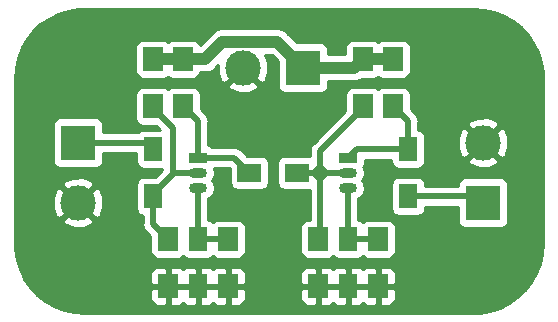
<source format=gbr>
G04 #@! TF.GenerationSoftware,KiCad,Pcbnew,(5.0.1)-4*
G04 #@! TF.CreationDate,2020-12-08T12:23:40+02:00*
G04 #@! TF.ProjectId,Single_transistor_AMP,53696E676C655F7472616E736973746F,1.0*
G04 #@! TF.SameCoordinates,Original*
G04 #@! TF.FileFunction,Copper,L1,Top,Signal*
G04 #@! TF.FilePolarity,Positive*
%FSLAX46Y46*%
G04 Gerber Fmt 4.6, Leading zero omitted, Abs format (unit mm)*
G04 Created by KiCad (PCBNEW (5.0.1)-4) date 2020.12.08. 12:23:40*
%MOMM*%
%LPD*%
G01*
G04 APERTURE LIST*
G04 #@! TA.AperFunction,SMDPad,CuDef*
%ADD10R,1.600000X2.000000*%
G04 #@! TD*
G04 #@! TA.AperFunction,SMDPad,CuDef*
%ADD11R,2.000000X1.600000*%
G04 #@! TD*
G04 #@! TA.AperFunction,ComponentPad*
%ADD12C,3.000000*%
G04 #@! TD*
G04 #@! TA.AperFunction,ComponentPad*
%ADD13R,3.000000X3.000000*%
G04 #@! TD*
G04 #@! TA.AperFunction,ComponentPad*
%ADD14R,1.500000X0.900000*%
G04 #@! TD*
G04 #@! TA.AperFunction,ComponentPad*
%ADD15O,1.500000X0.900000*%
G04 #@! TD*
G04 #@! TA.AperFunction,SMDPad,CuDef*
%ADD16R,1.700000X2.000000*%
G04 #@! TD*
G04 #@! TA.AperFunction,Conductor*
%ADD17C,0.500000*%
G04 #@! TD*
G04 #@! TA.AperFunction,Conductor*
%ADD18C,1.000000*%
G04 #@! TD*
G04 #@! TA.AperFunction,Conductor*
%ADD19C,0.254000*%
G04 #@! TD*
G04 APERTURE END LIST*
D10*
G04 #@! TO.P,C1,2*
G04 #@! TO.N,Net-(C1-Pad2)*
X99060000Y-60230000D03*
G04 #@! TO.P,C1,1*
G04 #@! TO.N,Net-(C1-Pad1)*
X99060000Y-64230000D03*
G04 #@! TD*
G04 #@! TO.P,C2,1*
G04 #@! TO.N,/GND*
X102870000Y-71850000D03*
G04 #@! TO.P,C2,2*
G04 #@! TO.N,Net-(C2-Pad2)*
X102870000Y-67850000D03*
G04 #@! TD*
D11*
G04 #@! TO.P,C3,2*
G04 #@! TO.N,Net-(C3-Pad2)*
X107220000Y-62230000D03*
G04 #@! TO.P,C3,1*
G04 #@! TO.N,Net-(C3-Pad1)*
X111220000Y-62230000D03*
G04 #@! TD*
D10*
G04 #@! TO.P,C4,2*
G04 #@! TO.N,Net-(C4-Pad2)*
X120650000Y-60230000D03*
G04 #@! TO.P,C4,1*
G04 #@! TO.N,Net-(C4-Pad1)*
X120650000Y-64230000D03*
G04 #@! TD*
G04 #@! TO.P,C5,1*
G04 #@! TO.N,/GND*
X115570000Y-71850000D03*
G04 #@! TO.P,C5,2*
G04 #@! TO.N,Net-(C5-Pad2)*
X115570000Y-67850000D03*
G04 #@! TD*
D12*
G04 #@! TO.P,J1,2*
G04 #@! TO.N,/GND*
X106680000Y-53340000D03*
D13*
G04 #@! TO.P,J1,1*
G04 #@! TO.N,/VCC*
X111760000Y-53340000D03*
G04 #@! TD*
D12*
G04 #@! TO.P,J2,2*
G04 #@! TO.N,/GND*
X92710000Y-64770000D03*
D13*
G04 #@! TO.P,J2,1*
G04 #@! TO.N,Net-(C1-Pad2)*
X92710000Y-59690000D03*
G04 #@! TD*
G04 #@! TO.P,J3,1*
G04 #@! TO.N,Net-(C4-Pad1)*
X127000000Y-64770000D03*
D12*
G04 #@! TO.P,J3,2*
G04 #@! TO.N,/GND*
X127000000Y-59690000D03*
G04 #@! TD*
D14*
G04 #@! TO.P,Q1,1*
G04 #@! TO.N,Net-(C3-Pad2)*
X102870000Y-60960000D03*
D15*
G04 #@! TO.P,Q1,3*
G04 #@! TO.N,Net-(C2-Pad2)*
X102870000Y-63500000D03*
G04 #@! TO.P,Q1,2*
G04 #@! TO.N,Net-(C1-Pad1)*
X102870000Y-62230000D03*
G04 #@! TD*
G04 #@! TO.P,Q2,2*
G04 #@! TO.N,Net-(C3-Pad1)*
X115570000Y-62230000D03*
G04 #@! TO.P,Q2,3*
G04 #@! TO.N,Net-(C5-Pad2)*
X115570000Y-63500000D03*
D14*
G04 #@! TO.P,Q2,1*
G04 #@! TO.N,Net-(C4-Pad2)*
X115570000Y-60960000D03*
G04 #@! TD*
D16*
G04 #@! TO.P,R1,1*
G04 #@! TO.N,/VCC*
X99060000Y-52610000D03*
G04 #@! TO.P,R1,2*
G04 #@! TO.N,Net-(C1-Pad1)*
X99060000Y-56610000D03*
G04 #@! TD*
G04 #@! TO.P,R2,2*
G04 #@! TO.N,/GND*
X100330000Y-71850000D03*
G04 #@! TO.P,R2,1*
G04 #@! TO.N,Net-(C1-Pad1)*
X100330000Y-67850000D03*
G04 #@! TD*
G04 #@! TO.P,R3,2*
G04 #@! TO.N,Net-(C3-Pad2)*
X101600000Y-56610000D03*
G04 #@! TO.P,R3,1*
G04 #@! TO.N,/VCC*
X101600000Y-52610000D03*
G04 #@! TD*
G04 #@! TO.P,R4,1*
G04 #@! TO.N,Net-(C2-Pad2)*
X105410000Y-67850000D03*
G04 #@! TO.P,R4,2*
G04 #@! TO.N,/GND*
X105410000Y-71850000D03*
G04 #@! TD*
G04 #@! TO.P,R5,1*
G04 #@! TO.N,/VCC*
X116840000Y-52610000D03*
G04 #@! TO.P,R5,2*
G04 #@! TO.N,Net-(C3-Pad1)*
X116840000Y-56610000D03*
G04 #@! TD*
G04 #@! TO.P,R6,2*
G04 #@! TO.N,/GND*
X113030000Y-71850000D03*
G04 #@! TO.P,R6,1*
G04 #@! TO.N,Net-(C3-Pad1)*
X113030000Y-67850000D03*
G04 #@! TD*
G04 #@! TO.P,R7,2*
G04 #@! TO.N,Net-(C4-Pad2)*
X119380000Y-56610000D03*
G04 #@! TO.P,R7,1*
G04 #@! TO.N,/VCC*
X119380000Y-52610000D03*
G04 #@! TD*
G04 #@! TO.P,R8,1*
G04 #@! TO.N,Net-(C5-Pad2)*
X118110000Y-67850000D03*
G04 #@! TO.P,R8,2*
G04 #@! TO.N,/GND*
X118110000Y-71850000D03*
G04 #@! TD*
D17*
G04 #@! TO.N,Net-(C1-Pad2)*
X98520000Y-59690000D02*
X99060000Y-60230000D01*
X92710000Y-59690000D02*
X98520000Y-59690000D01*
G04 #@! TO.N,Net-(C1-Pad1)*
X99060000Y-56760000D02*
X100720000Y-58420000D01*
X99060000Y-56610000D02*
X99060000Y-56760000D01*
X102870000Y-62230000D02*
X100720000Y-62230000D01*
X100720000Y-58420000D02*
X100720000Y-62230000D01*
X99060000Y-64030000D02*
X99060000Y-64230000D01*
X100720000Y-62230000D02*
X100720000Y-62370000D01*
X100720000Y-62370000D02*
X99060000Y-64030000D01*
X99060000Y-66580000D02*
X100330000Y-67850000D01*
X99060000Y-64230000D02*
X99060000Y-66580000D01*
G04 #@! TO.N,Net-(C2-Pad2)*
X102870000Y-67850000D02*
X102870000Y-63500000D01*
X102870000Y-67850000D02*
X105410000Y-67850000D01*
G04 #@! TO.N,Net-(C3-Pad2)*
X102870000Y-57880000D02*
X102870000Y-60960000D01*
X101600000Y-56610000D02*
X102870000Y-57880000D01*
X105950000Y-60960000D02*
X107220000Y-62230000D01*
X102870000Y-60960000D02*
X105950000Y-60960000D01*
G04 #@! TO.N,Net-(C3-Pad1)*
X116840000Y-56760000D02*
X113220000Y-60380000D01*
X116840000Y-56610000D02*
X116840000Y-56760000D01*
X113220000Y-61730000D02*
X113720000Y-62230000D01*
X113720000Y-62230000D02*
X113220000Y-62230000D01*
X115570000Y-62230000D02*
X113720000Y-62230000D01*
X113220000Y-61730000D02*
X113220000Y-62230000D01*
X113220000Y-60380000D02*
X113220000Y-61730000D01*
X113220000Y-61730000D02*
X112720000Y-62230000D01*
X113220000Y-62230000D02*
X112720000Y-62230000D01*
X112720000Y-62230000D02*
X111220000Y-62230000D01*
X112720000Y-62230000D02*
X113220000Y-62730000D01*
X113220000Y-62730000D02*
X113220000Y-62230000D01*
X113720000Y-62230000D02*
X113220000Y-62730000D01*
X113220000Y-67660000D02*
X113030000Y-67850000D01*
X113220000Y-62730000D02*
X113220000Y-67660000D01*
G04 #@! TO.N,Net-(C4-Pad2)*
X116300000Y-60230000D02*
X115570000Y-60960000D01*
X120650000Y-60230000D02*
X116300000Y-60230000D01*
X120650000Y-57880000D02*
X120650000Y-60230000D01*
X119380000Y-56610000D02*
X120650000Y-57880000D01*
G04 #@! TO.N,Net-(C4-Pad1)*
X126460000Y-64230000D02*
X127000000Y-64770000D01*
X120650000Y-64230000D02*
X126460000Y-64230000D01*
G04 #@! TO.N,Net-(C5-Pad2)*
X115570000Y-67850000D02*
X118110000Y-67850000D01*
X115570000Y-63500000D02*
X115570000Y-67850000D01*
D18*
G04 #@! TO.N,/VCC*
X99060000Y-52610000D02*
X101600000Y-52610000D01*
X109559999Y-51139999D02*
X111760000Y-53340000D01*
X104920001Y-51139999D02*
X109559999Y-51139999D01*
X103450000Y-52610000D02*
X104920001Y-51139999D01*
X101600000Y-52610000D02*
X103450000Y-52610000D01*
X116110000Y-53340000D02*
X116840000Y-52610000D01*
X111760000Y-53340000D02*
X116110000Y-53340000D01*
X116840000Y-52610000D02*
X119380000Y-52610000D01*
G04 #@! TD*
D19*
G04 #@! TO.N,/GND*
G36*
X127086442Y-48432517D02*
X127933848Y-48624267D01*
X128743603Y-48939163D01*
X129497915Y-49370288D01*
X130180223Y-49908177D01*
X130775531Y-50541008D01*
X131270757Y-51254875D01*
X131655032Y-52034107D01*
X131919905Y-52861571D01*
X132062363Y-53736289D01*
X132085000Y-54254772D01*
X132085001Y-68187872D01*
X132017482Y-69096443D01*
X131825735Y-69943842D01*
X131510839Y-70753598D01*
X131079711Y-71507916D01*
X130541823Y-72190223D01*
X129908998Y-72785527D01*
X129195125Y-73280758D01*
X128415891Y-73665033D01*
X127588429Y-73929905D01*
X126713712Y-74072363D01*
X126195228Y-74095000D01*
X93262115Y-74095000D01*
X92353557Y-74027482D01*
X91506158Y-73835735D01*
X90696402Y-73520839D01*
X89942084Y-73089711D01*
X89259777Y-72551823D01*
X88868374Y-72135750D01*
X98845000Y-72135750D01*
X98845000Y-72976309D01*
X98941673Y-73209698D01*
X99120301Y-73388327D01*
X99353690Y-73485000D01*
X100044250Y-73485000D01*
X100203000Y-73326250D01*
X100203000Y-71977000D01*
X100457000Y-71977000D01*
X100457000Y-73326250D01*
X100615750Y-73485000D01*
X101306310Y-73485000D01*
X101539699Y-73388327D01*
X101625000Y-73303026D01*
X101710301Y-73388327D01*
X101943690Y-73485000D01*
X102584250Y-73485000D01*
X102743000Y-73326250D01*
X102743000Y-71977000D01*
X102997000Y-71977000D01*
X102997000Y-73326250D01*
X103155750Y-73485000D01*
X103796310Y-73485000D01*
X104029699Y-73388327D01*
X104115000Y-73303026D01*
X104200301Y-73388327D01*
X104433690Y-73485000D01*
X105124250Y-73485000D01*
X105283000Y-73326250D01*
X105283000Y-71977000D01*
X105537000Y-71977000D01*
X105537000Y-73326250D01*
X105695750Y-73485000D01*
X106386310Y-73485000D01*
X106619699Y-73388327D01*
X106798327Y-73209698D01*
X106895000Y-72976309D01*
X106895000Y-72135750D01*
X111545000Y-72135750D01*
X111545000Y-72976309D01*
X111641673Y-73209698D01*
X111820301Y-73388327D01*
X112053690Y-73485000D01*
X112744250Y-73485000D01*
X112903000Y-73326250D01*
X112903000Y-71977000D01*
X113157000Y-71977000D01*
X113157000Y-73326250D01*
X113315750Y-73485000D01*
X114006310Y-73485000D01*
X114239699Y-73388327D01*
X114325000Y-73303026D01*
X114410301Y-73388327D01*
X114643690Y-73485000D01*
X115284250Y-73485000D01*
X115443000Y-73326250D01*
X115443000Y-71977000D01*
X115697000Y-71977000D01*
X115697000Y-73326250D01*
X115855750Y-73485000D01*
X116496310Y-73485000D01*
X116729699Y-73388327D01*
X116815000Y-73303026D01*
X116900301Y-73388327D01*
X117133690Y-73485000D01*
X117824250Y-73485000D01*
X117983000Y-73326250D01*
X117983000Y-71977000D01*
X118237000Y-71977000D01*
X118237000Y-73326250D01*
X118395750Y-73485000D01*
X119086310Y-73485000D01*
X119319699Y-73388327D01*
X119498327Y-73209698D01*
X119595000Y-72976309D01*
X119595000Y-72135750D01*
X119436250Y-71977000D01*
X118237000Y-71977000D01*
X117983000Y-71977000D01*
X115697000Y-71977000D01*
X115443000Y-71977000D01*
X113157000Y-71977000D01*
X112903000Y-71977000D01*
X111703750Y-71977000D01*
X111545000Y-72135750D01*
X106895000Y-72135750D01*
X106736250Y-71977000D01*
X105537000Y-71977000D01*
X105283000Y-71977000D01*
X102997000Y-71977000D01*
X102743000Y-71977000D01*
X100457000Y-71977000D01*
X100203000Y-71977000D01*
X99003750Y-71977000D01*
X98845000Y-72135750D01*
X88868374Y-72135750D01*
X88664473Y-71918998D01*
X88169242Y-71205125D01*
X87931826Y-70723691D01*
X98845000Y-70723691D01*
X98845000Y-71564250D01*
X99003750Y-71723000D01*
X100203000Y-71723000D01*
X100203000Y-70373750D01*
X100457000Y-70373750D01*
X100457000Y-71723000D01*
X102743000Y-71723000D01*
X102743000Y-70373750D01*
X102997000Y-70373750D01*
X102997000Y-71723000D01*
X105283000Y-71723000D01*
X105283000Y-70373750D01*
X105537000Y-70373750D01*
X105537000Y-71723000D01*
X106736250Y-71723000D01*
X106895000Y-71564250D01*
X106895000Y-70723691D01*
X111545000Y-70723691D01*
X111545000Y-71564250D01*
X111703750Y-71723000D01*
X112903000Y-71723000D01*
X112903000Y-70373750D01*
X113157000Y-70373750D01*
X113157000Y-71723000D01*
X115443000Y-71723000D01*
X115443000Y-70373750D01*
X115697000Y-70373750D01*
X115697000Y-71723000D01*
X117983000Y-71723000D01*
X117983000Y-70373750D01*
X118237000Y-70373750D01*
X118237000Y-71723000D01*
X119436250Y-71723000D01*
X119595000Y-71564250D01*
X119595000Y-70723691D01*
X119498327Y-70490302D01*
X119319699Y-70311673D01*
X119086310Y-70215000D01*
X118395750Y-70215000D01*
X118237000Y-70373750D01*
X117983000Y-70373750D01*
X117824250Y-70215000D01*
X117133690Y-70215000D01*
X116900301Y-70311673D01*
X116815000Y-70396974D01*
X116729699Y-70311673D01*
X116496310Y-70215000D01*
X115855750Y-70215000D01*
X115697000Y-70373750D01*
X115443000Y-70373750D01*
X115284250Y-70215000D01*
X114643690Y-70215000D01*
X114410301Y-70311673D01*
X114325000Y-70396974D01*
X114239699Y-70311673D01*
X114006310Y-70215000D01*
X113315750Y-70215000D01*
X113157000Y-70373750D01*
X112903000Y-70373750D01*
X112744250Y-70215000D01*
X112053690Y-70215000D01*
X111820301Y-70311673D01*
X111641673Y-70490302D01*
X111545000Y-70723691D01*
X106895000Y-70723691D01*
X106798327Y-70490302D01*
X106619699Y-70311673D01*
X106386310Y-70215000D01*
X105695750Y-70215000D01*
X105537000Y-70373750D01*
X105283000Y-70373750D01*
X105124250Y-70215000D01*
X104433690Y-70215000D01*
X104200301Y-70311673D01*
X104115000Y-70396974D01*
X104029699Y-70311673D01*
X103796310Y-70215000D01*
X103155750Y-70215000D01*
X102997000Y-70373750D01*
X102743000Y-70373750D01*
X102584250Y-70215000D01*
X101943690Y-70215000D01*
X101710301Y-70311673D01*
X101625000Y-70396974D01*
X101539699Y-70311673D01*
X101306310Y-70215000D01*
X100615750Y-70215000D01*
X100457000Y-70373750D01*
X100203000Y-70373750D01*
X100044250Y-70215000D01*
X99353690Y-70215000D01*
X99120301Y-70311673D01*
X98941673Y-70490302D01*
X98845000Y-70723691D01*
X87931826Y-70723691D01*
X87784967Y-70425891D01*
X87520095Y-69598429D01*
X87377637Y-68723712D01*
X87355000Y-68205228D01*
X87355000Y-66283970D01*
X91375635Y-66283970D01*
X91535418Y-66602739D01*
X92326187Y-66912723D01*
X93175387Y-66896497D01*
X93884582Y-66602739D01*
X94044365Y-66283970D01*
X92710000Y-64949605D01*
X91375635Y-66283970D01*
X87355000Y-66283970D01*
X87355000Y-64386187D01*
X90567277Y-64386187D01*
X90583503Y-65235387D01*
X90877261Y-65944582D01*
X91196030Y-66104365D01*
X92530395Y-64770000D01*
X92889605Y-64770000D01*
X94223970Y-66104365D01*
X94542739Y-65944582D01*
X94852723Y-65153813D01*
X94836497Y-64304613D01*
X94542739Y-63595418D01*
X94223970Y-63435635D01*
X92889605Y-64770000D01*
X92530395Y-64770000D01*
X91196030Y-63435635D01*
X90877261Y-63595418D01*
X90567277Y-64386187D01*
X87355000Y-64386187D01*
X87355000Y-63256030D01*
X91375635Y-63256030D01*
X92710000Y-64590395D01*
X94044365Y-63256030D01*
X93884582Y-62937261D01*
X93093813Y-62627277D01*
X92244613Y-62643503D01*
X91535418Y-62937261D01*
X91375635Y-63256030D01*
X87355000Y-63256030D01*
X87355000Y-58190000D01*
X90562560Y-58190000D01*
X90562560Y-61190000D01*
X90611843Y-61437765D01*
X90752191Y-61647809D01*
X90962235Y-61788157D01*
X91210000Y-61837440D01*
X94210000Y-61837440D01*
X94457765Y-61788157D01*
X94667809Y-61647809D01*
X94808157Y-61437765D01*
X94857440Y-61190000D01*
X94857440Y-60575000D01*
X97612560Y-60575000D01*
X97612560Y-61230000D01*
X97661843Y-61477765D01*
X97802191Y-61687809D01*
X98012235Y-61828157D01*
X98260000Y-61877440D01*
X99835001Y-61877440D01*
X99835001Y-62003420D01*
X99255862Y-62582560D01*
X98260000Y-62582560D01*
X98012235Y-62631843D01*
X97802191Y-62772191D01*
X97661843Y-62982235D01*
X97612560Y-63230000D01*
X97612560Y-65230000D01*
X97661843Y-65477765D01*
X97802191Y-65687809D01*
X98012235Y-65828157D01*
X98175001Y-65860533D01*
X98175001Y-66492835D01*
X98157663Y-66580000D01*
X98226348Y-66925309D01*
X98372576Y-67144154D01*
X98372578Y-67144156D01*
X98421952Y-67218049D01*
X98495845Y-67267423D01*
X98832560Y-67604138D01*
X98832560Y-68850000D01*
X98881843Y-69097765D01*
X99022191Y-69307809D01*
X99232235Y-69448157D01*
X99480000Y-69497440D01*
X101180000Y-69497440D01*
X101427765Y-69448157D01*
X101625000Y-69316368D01*
X101822235Y-69448157D01*
X102070000Y-69497440D01*
X103670000Y-69497440D01*
X103917765Y-69448157D01*
X104115000Y-69316368D01*
X104312235Y-69448157D01*
X104560000Y-69497440D01*
X106260000Y-69497440D01*
X106507765Y-69448157D01*
X106717809Y-69307809D01*
X106858157Y-69097765D01*
X106907440Y-68850000D01*
X106907440Y-66850000D01*
X106858157Y-66602235D01*
X106717809Y-66392191D01*
X106507765Y-66251843D01*
X106260000Y-66202560D01*
X104560000Y-66202560D01*
X104312235Y-66251843D01*
X104115000Y-66383632D01*
X103917765Y-66251843D01*
X103755000Y-66219467D01*
X103755000Y-64414033D01*
X103952241Y-64282241D01*
X104192047Y-63923346D01*
X104276256Y-63500000D01*
X104192047Y-63076654D01*
X104050624Y-62865000D01*
X104192047Y-62653346D01*
X104276256Y-62230000D01*
X104199675Y-61845000D01*
X105572560Y-61845000D01*
X105572560Y-63030000D01*
X105621843Y-63277765D01*
X105762191Y-63487809D01*
X105972235Y-63628157D01*
X106220000Y-63677440D01*
X108220000Y-63677440D01*
X108467765Y-63628157D01*
X108677809Y-63487809D01*
X108818157Y-63277765D01*
X108867440Y-63030000D01*
X108867440Y-61430000D01*
X109572560Y-61430000D01*
X109572560Y-63030000D01*
X109621843Y-63277765D01*
X109762191Y-63487809D01*
X109972235Y-63628157D01*
X110220000Y-63677440D01*
X112220000Y-63677440D01*
X112335000Y-63654565D01*
X112335001Y-66202560D01*
X112180000Y-66202560D01*
X111932235Y-66251843D01*
X111722191Y-66392191D01*
X111581843Y-66602235D01*
X111532560Y-66850000D01*
X111532560Y-68850000D01*
X111581843Y-69097765D01*
X111722191Y-69307809D01*
X111932235Y-69448157D01*
X112180000Y-69497440D01*
X113880000Y-69497440D01*
X114127765Y-69448157D01*
X114325000Y-69316368D01*
X114522235Y-69448157D01*
X114770000Y-69497440D01*
X116370000Y-69497440D01*
X116617765Y-69448157D01*
X116815000Y-69316368D01*
X117012235Y-69448157D01*
X117260000Y-69497440D01*
X118960000Y-69497440D01*
X119207765Y-69448157D01*
X119417809Y-69307809D01*
X119558157Y-69097765D01*
X119607440Y-68850000D01*
X119607440Y-66850000D01*
X119558157Y-66602235D01*
X119417809Y-66392191D01*
X119207765Y-66251843D01*
X118960000Y-66202560D01*
X117260000Y-66202560D01*
X117012235Y-66251843D01*
X116815000Y-66383632D01*
X116617765Y-66251843D01*
X116455000Y-66219467D01*
X116455000Y-64414033D01*
X116652241Y-64282241D01*
X116892047Y-63923346D01*
X116976256Y-63500000D01*
X116922550Y-63230000D01*
X119202560Y-63230000D01*
X119202560Y-65230000D01*
X119251843Y-65477765D01*
X119392191Y-65687809D01*
X119602235Y-65828157D01*
X119850000Y-65877440D01*
X121450000Y-65877440D01*
X121697765Y-65828157D01*
X121907809Y-65687809D01*
X122048157Y-65477765D01*
X122097440Y-65230000D01*
X122097440Y-65115000D01*
X124852560Y-65115000D01*
X124852560Y-66270000D01*
X124901843Y-66517765D01*
X125042191Y-66727809D01*
X125252235Y-66868157D01*
X125500000Y-66917440D01*
X128500000Y-66917440D01*
X128747765Y-66868157D01*
X128957809Y-66727809D01*
X129098157Y-66517765D01*
X129147440Y-66270000D01*
X129147440Y-63270000D01*
X129098157Y-63022235D01*
X128957809Y-62812191D01*
X128747765Y-62671843D01*
X128500000Y-62622560D01*
X125500000Y-62622560D01*
X125252235Y-62671843D01*
X125042191Y-62812191D01*
X124901843Y-63022235D01*
X124852560Y-63270000D01*
X124852560Y-63345000D01*
X122097440Y-63345000D01*
X122097440Y-63230000D01*
X122048157Y-62982235D01*
X121907809Y-62772191D01*
X121697765Y-62631843D01*
X121450000Y-62582560D01*
X119850000Y-62582560D01*
X119602235Y-62631843D01*
X119392191Y-62772191D01*
X119251843Y-62982235D01*
X119202560Y-63230000D01*
X116922550Y-63230000D01*
X116892047Y-63076654D01*
X116750624Y-62865000D01*
X116892047Y-62653346D01*
X116976256Y-62230000D01*
X116892047Y-61806654D01*
X116855360Y-61751747D01*
X116918157Y-61657765D01*
X116967440Y-61410000D01*
X116967440Y-61115000D01*
X119202560Y-61115000D01*
X119202560Y-61230000D01*
X119251843Y-61477765D01*
X119392191Y-61687809D01*
X119602235Y-61828157D01*
X119850000Y-61877440D01*
X121450000Y-61877440D01*
X121697765Y-61828157D01*
X121907809Y-61687809D01*
X122048157Y-61477765D01*
X122097440Y-61230000D01*
X122097440Y-61203970D01*
X125665635Y-61203970D01*
X125825418Y-61522739D01*
X126616187Y-61832723D01*
X127465387Y-61816497D01*
X128174582Y-61522739D01*
X128334365Y-61203970D01*
X127000000Y-59869605D01*
X125665635Y-61203970D01*
X122097440Y-61203970D01*
X122097440Y-59306187D01*
X124857277Y-59306187D01*
X124873503Y-60155387D01*
X125167261Y-60864582D01*
X125486030Y-61024365D01*
X126820395Y-59690000D01*
X127179605Y-59690000D01*
X128513970Y-61024365D01*
X128832739Y-60864582D01*
X129142723Y-60073813D01*
X129126497Y-59224613D01*
X128832739Y-58515418D01*
X128513970Y-58355635D01*
X127179605Y-59690000D01*
X126820395Y-59690000D01*
X125486030Y-58355635D01*
X125167261Y-58515418D01*
X124857277Y-59306187D01*
X122097440Y-59306187D01*
X122097440Y-59230000D01*
X122048157Y-58982235D01*
X121907809Y-58772191D01*
X121697765Y-58631843D01*
X121535000Y-58599467D01*
X121535000Y-58176030D01*
X125665635Y-58176030D01*
X127000000Y-59510395D01*
X128334365Y-58176030D01*
X128174582Y-57857261D01*
X127383813Y-57547277D01*
X126534613Y-57563503D01*
X125825418Y-57857261D01*
X125665635Y-58176030D01*
X121535000Y-58176030D01*
X121535000Y-57967159D01*
X121552337Y-57879999D01*
X121535000Y-57792839D01*
X121535000Y-57792835D01*
X121483652Y-57534690D01*
X121392351Y-57398049D01*
X121337424Y-57315845D01*
X121337423Y-57315844D01*
X121288049Y-57241951D01*
X121214156Y-57192577D01*
X120877440Y-56855861D01*
X120877440Y-55610000D01*
X120828157Y-55362235D01*
X120687809Y-55152191D01*
X120477765Y-55011843D01*
X120230000Y-54962560D01*
X118530000Y-54962560D01*
X118282235Y-55011843D01*
X118110000Y-55126928D01*
X117937765Y-55011843D01*
X117690000Y-54962560D01*
X115990000Y-54962560D01*
X115742235Y-55011843D01*
X115532191Y-55152191D01*
X115391843Y-55362235D01*
X115342560Y-55610000D01*
X115342560Y-57005861D01*
X112655847Y-59692575D01*
X112581951Y-59741951D01*
X112386348Y-60034691D01*
X112335000Y-60292836D01*
X112335000Y-60292839D01*
X112317663Y-60380000D01*
X112335000Y-60467161D01*
X112335000Y-60805435D01*
X112220000Y-60782560D01*
X110220000Y-60782560D01*
X109972235Y-60831843D01*
X109762191Y-60972191D01*
X109621843Y-61182235D01*
X109572560Y-61430000D01*
X108867440Y-61430000D01*
X108818157Y-61182235D01*
X108677809Y-60972191D01*
X108467765Y-60831843D01*
X108220000Y-60782560D01*
X107024138Y-60782560D01*
X106637424Y-60395846D01*
X106588049Y-60321951D01*
X106295310Y-60126348D01*
X106037165Y-60075000D01*
X106037161Y-60075000D01*
X105950000Y-60057663D01*
X105862839Y-60075000D01*
X104093050Y-60075000D01*
X104077809Y-60052191D01*
X103867765Y-59911843D01*
X103755000Y-59889413D01*
X103755000Y-57967159D01*
X103772337Y-57879999D01*
X103755000Y-57792839D01*
X103755000Y-57792835D01*
X103703652Y-57534690D01*
X103612351Y-57398049D01*
X103557424Y-57315845D01*
X103557423Y-57315844D01*
X103508049Y-57241951D01*
X103434156Y-57192577D01*
X103097440Y-56855861D01*
X103097440Y-55610000D01*
X103048157Y-55362235D01*
X102907809Y-55152191D01*
X102697765Y-55011843D01*
X102450000Y-54962560D01*
X100750000Y-54962560D01*
X100502235Y-55011843D01*
X100330000Y-55126928D01*
X100157765Y-55011843D01*
X99910000Y-54962560D01*
X98210000Y-54962560D01*
X97962235Y-55011843D01*
X97752191Y-55152191D01*
X97611843Y-55362235D01*
X97562560Y-55610000D01*
X97562560Y-57610000D01*
X97611843Y-57857765D01*
X97752191Y-58067809D01*
X97962235Y-58208157D01*
X98210000Y-58257440D01*
X99305861Y-58257440D01*
X99630981Y-58582560D01*
X98260000Y-58582560D01*
X98012235Y-58631843D01*
X97802191Y-58772191D01*
X97780269Y-58805000D01*
X94857440Y-58805000D01*
X94857440Y-58190000D01*
X94808157Y-57942235D01*
X94667809Y-57732191D01*
X94457765Y-57591843D01*
X94210000Y-57542560D01*
X91210000Y-57542560D01*
X90962235Y-57591843D01*
X90752191Y-57732191D01*
X90611843Y-57942235D01*
X90562560Y-58190000D01*
X87355000Y-58190000D01*
X87355000Y-54853970D01*
X105345635Y-54853970D01*
X105505418Y-55172739D01*
X106296187Y-55482723D01*
X107145387Y-55466497D01*
X107854582Y-55172739D01*
X108014365Y-54853970D01*
X106680000Y-53519605D01*
X105345635Y-54853970D01*
X87355000Y-54853970D01*
X87355000Y-54272115D01*
X87422517Y-53363558D01*
X87614267Y-52516152D01*
X87929163Y-51706397D01*
X87984258Y-51610000D01*
X97562560Y-51610000D01*
X97562560Y-53610000D01*
X97611843Y-53857765D01*
X97752191Y-54067809D01*
X97962235Y-54208157D01*
X98210000Y-54257440D01*
X99910000Y-54257440D01*
X100157765Y-54208157D01*
X100330000Y-54093072D01*
X100502235Y-54208157D01*
X100750000Y-54257440D01*
X102450000Y-54257440D01*
X102697765Y-54208157D01*
X102907809Y-54067809D01*
X103048157Y-53857765D01*
X103070587Y-53745000D01*
X103338217Y-53745000D01*
X103450000Y-53767235D01*
X103561783Y-53745000D01*
X103892855Y-53679146D01*
X104268289Y-53428289D01*
X104331613Y-53333518D01*
X104540496Y-53124636D01*
X104553503Y-53805387D01*
X104847261Y-54514582D01*
X105166030Y-54674365D01*
X106500395Y-53340000D01*
X106486253Y-53325858D01*
X106665858Y-53146253D01*
X106680000Y-53160395D01*
X106694143Y-53146253D01*
X106873748Y-53325858D01*
X106859605Y-53340000D01*
X108193970Y-54674365D01*
X108512739Y-54514582D01*
X108822723Y-53723813D01*
X108806497Y-52874613D01*
X108558129Y-52274999D01*
X109089868Y-52274999D01*
X109612560Y-52797691D01*
X109612560Y-54840000D01*
X109661843Y-55087765D01*
X109802191Y-55297809D01*
X110012235Y-55438157D01*
X110260000Y-55487440D01*
X113260000Y-55487440D01*
X113507765Y-55438157D01*
X113717809Y-55297809D01*
X113858157Y-55087765D01*
X113907440Y-54840000D01*
X113907440Y-54475000D01*
X115998217Y-54475000D01*
X116110000Y-54497235D01*
X116221783Y-54475000D01*
X116552855Y-54409146D01*
X116779899Y-54257440D01*
X117690000Y-54257440D01*
X117937765Y-54208157D01*
X118110000Y-54093072D01*
X118282235Y-54208157D01*
X118530000Y-54257440D01*
X120230000Y-54257440D01*
X120477765Y-54208157D01*
X120687809Y-54067809D01*
X120828157Y-53857765D01*
X120877440Y-53610000D01*
X120877440Y-51610000D01*
X120828157Y-51362235D01*
X120687809Y-51152191D01*
X120477765Y-51011843D01*
X120230000Y-50962560D01*
X118530000Y-50962560D01*
X118282235Y-51011843D01*
X118110000Y-51126928D01*
X117937765Y-51011843D01*
X117690000Y-50962560D01*
X115990000Y-50962560D01*
X115742235Y-51011843D01*
X115532191Y-51152191D01*
X115391843Y-51362235D01*
X115342560Y-51610000D01*
X115342560Y-52205000D01*
X113907440Y-52205000D01*
X113907440Y-51840000D01*
X113858157Y-51592235D01*
X113717809Y-51382191D01*
X113507765Y-51241843D01*
X113260000Y-51192560D01*
X111217691Y-51192560D01*
X110441612Y-50416481D01*
X110378288Y-50321710D01*
X110002854Y-50070853D01*
X109671782Y-50004999D01*
X109559999Y-49982764D01*
X109448216Y-50004999D01*
X105031782Y-50004999D01*
X104920000Y-49982764D01*
X104808218Y-50004999D01*
X104477146Y-50070853D01*
X104101712Y-50321710D01*
X104038390Y-50416478D01*
X103055536Y-51399333D01*
X103048157Y-51362235D01*
X102907809Y-51152191D01*
X102697765Y-51011843D01*
X102450000Y-50962560D01*
X100750000Y-50962560D01*
X100502235Y-51011843D01*
X100330000Y-51126928D01*
X100157765Y-51011843D01*
X99910000Y-50962560D01*
X98210000Y-50962560D01*
X97962235Y-51011843D01*
X97752191Y-51152191D01*
X97611843Y-51362235D01*
X97562560Y-51610000D01*
X87984258Y-51610000D01*
X88360288Y-50952085D01*
X88898177Y-50269777D01*
X89531008Y-49674469D01*
X90244875Y-49179243D01*
X91024107Y-48794968D01*
X91851571Y-48530095D01*
X92726289Y-48387637D01*
X93244772Y-48365000D01*
X126177885Y-48365000D01*
X127086442Y-48432517D01*
X127086442Y-48432517D01*
G37*
X127086442Y-48432517D02*
X127933848Y-48624267D01*
X128743603Y-48939163D01*
X129497915Y-49370288D01*
X130180223Y-49908177D01*
X130775531Y-50541008D01*
X131270757Y-51254875D01*
X131655032Y-52034107D01*
X131919905Y-52861571D01*
X132062363Y-53736289D01*
X132085000Y-54254772D01*
X132085001Y-68187872D01*
X132017482Y-69096443D01*
X131825735Y-69943842D01*
X131510839Y-70753598D01*
X131079711Y-71507916D01*
X130541823Y-72190223D01*
X129908998Y-72785527D01*
X129195125Y-73280758D01*
X128415891Y-73665033D01*
X127588429Y-73929905D01*
X126713712Y-74072363D01*
X126195228Y-74095000D01*
X93262115Y-74095000D01*
X92353557Y-74027482D01*
X91506158Y-73835735D01*
X90696402Y-73520839D01*
X89942084Y-73089711D01*
X89259777Y-72551823D01*
X88868374Y-72135750D01*
X98845000Y-72135750D01*
X98845000Y-72976309D01*
X98941673Y-73209698D01*
X99120301Y-73388327D01*
X99353690Y-73485000D01*
X100044250Y-73485000D01*
X100203000Y-73326250D01*
X100203000Y-71977000D01*
X100457000Y-71977000D01*
X100457000Y-73326250D01*
X100615750Y-73485000D01*
X101306310Y-73485000D01*
X101539699Y-73388327D01*
X101625000Y-73303026D01*
X101710301Y-73388327D01*
X101943690Y-73485000D01*
X102584250Y-73485000D01*
X102743000Y-73326250D01*
X102743000Y-71977000D01*
X102997000Y-71977000D01*
X102997000Y-73326250D01*
X103155750Y-73485000D01*
X103796310Y-73485000D01*
X104029699Y-73388327D01*
X104115000Y-73303026D01*
X104200301Y-73388327D01*
X104433690Y-73485000D01*
X105124250Y-73485000D01*
X105283000Y-73326250D01*
X105283000Y-71977000D01*
X105537000Y-71977000D01*
X105537000Y-73326250D01*
X105695750Y-73485000D01*
X106386310Y-73485000D01*
X106619699Y-73388327D01*
X106798327Y-73209698D01*
X106895000Y-72976309D01*
X106895000Y-72135750D01*
X111545000Y-72135750D01*
X111545000Y-72976309D01*
X111641673Y-73209698D01*
X111820301Y-73388327D01*
X112053690Y-73485000D01*
X112744250Y-73485000D01*
X112903000Y-73326250D01*
X112903000Y-71977000D01*
X113157000Y-71977000D01*
X113157000Y-73326250D01*
X113315750Y-73485000D01*
X114006310Y-73485000D01*
X114239699Y-73388327D01*
X114325000Y-73303026D01*
X114410301Y-73388327D01*
X114643690Y-73485000D01*
X115284250Y-73485000D01*
X115443000Y-73326250D01*
X115443000Y-71977000D01*
X115697000Y-71977000D01*
X115697000Y-73326250D01*
X115855750Y-73485000D01*
X116496310Y-73485000D01*
X116729699Y-73388327D01*
X116815000Y-73303026D01*
X116900301Y-73388327D01*
X117133690Y-73485000D01*
X117824250Y-73485000D01*
X117983000Y-73326250D01*
X117983000Y-71977000D01*
X118237000Y-71977000D01*
X118237000Y-73326250D01*
X118395750Y-73485000D01*
X119086310Y-73485000D01*
X119319699Y-73388327D01*
X119498327Y-73209698D01*
X119595000Y-72976309D01*
X119595000Y-72135750D01*
X119436250Y-71977000D01*
X118237000Y-71977000D01*
X117983000Y-71977000D01*
X115697000Y-71977000D01*
X115443000Y-71977000D01*
X113157000Y-71977000D01*
X112903000Y-71977000D01*
X111703750Y-71977000D01*
X111545000Y-72135750D01*
X106895000Y-72135750D01*
X106736250Y-71977000D01*
X105537000Y-71977000D01*
X105283000Y-71977000D01*
X102997000Y-71977000D01*
X102743000Y-71977000D01*
X100457000Y-71977000D01*
X100203000Y-71977000D01*
X99003750Y-71977000D01*
X98845000Y-72135750D01*
X88868374Y-72135750D01*
X88664473Y-71918998D01*
X88169242Y-71205125D01*
X87931826Y-70723691D01*
X98845000Y-70723691D01*
X98845000Y-71564250D01*
X99003750Y-71723000D01*
X100203000Y-71723000D01*
X100203000Y-70373750D01*
X100457000Y-70373750D01*
X100457000Y-71723000D01*
X102743000Y-71723000D01*
X102743000Y-70373750D01*
X102997000Y-70373750D01*
X102997000Y-71723000D01*
X105283000Y-71723000D01*
X105283000Y-70373750D01*
X105537000Y-70373750D01*
X105537000Y-71723000D01*
X106736250Y-71723000D01*
X106895000Y-71564250D01*
X106895000Y-70723691D01*
X111545000Y-70723691D01*
X111545000Y-71564250D01*
X111703750Y-71723000D01*
X112903000Y-71723000D01*
X112903000Y-70373750D01*
X113157000Y-70373750D01*
X113157000Y-71723000D01*
X115443000Y-71723000D01*
X115443000Y-70373750D01*
X115697000Y-70373750D01*
X115697000Y-71723000D01*
X117983000Y-71723000D01*
X117983000Y-70373750D01*
X118237000Y-70373750D01*
X118237000Y-71723000D01*
X119436250Y-71723000D01*
X119595000Y-71564250D01*
X119595000Y-70723691D01*
X119498327Y-70490302D01*
X119319699Y-70311673D01*
X119086310Y-70215000D01*
X118395750Y-70215000D01*
X118237000Y-70373750D01*
X117983000Y-70373750D01*
X117824250Y-70215000D01*
X117133690Y-70215000D01*
X116900301Y-70311673D01*
X116815000Y-70396974D01*
X116729699Y-70311673D01*
X116496310Y-70215000D01*
X115855750Y-70215000D01*
X115697000Y-70373750D01*
X115443000Y-70373750D01*
X115284250Y-70215000D01*
X114643690Y-70215000D01*
X114410301Y-70311673D01*
X114325000Y-70396974D01*
X114239699Y-70311673D01*
X114006310Y-70215000D01*
X113315750Y-70215000D01*
X113157000Y-70373750D01*
X112903000Y-70373750D01*
X112744250Y-70215000D01*
X112053690Y-70215000D01*
X111820301Y-70311673D01*
X111641673Y-70490302D01*
X111545000Y-70723691D01*
X106895000Y-70723691D01*
X106798327Y-70490302D01*
X106619699Y-70311673D01*
X106386310Y-70215000D01*
X105695750Y-70215000D01*
X105537000Y-70373750D01*
X105283000Y-70373750D01*
X105124250Y-70215000D01*
X104433690Y-70215000D01*
X104200301Y-70311673D01*
X104115000Y-70396974D01*
X104029699Y-70311673D01*
X103796310Y-70215000D01*
X103155750Y-70215000D01*
X102997000Y-70373750D01*
X102743000Y-70373750D01*
X102584250Y-70215000D01*
X101943690Y-70215000D01*
X101710301Y-70311673D01*
X101625000Y-70396974D01*
X101539699Y-70311673D01*
X101306310Y-70215000D01*
X100615750Y-70215000D01*
X100457000Y-70373750D01*
X100203000Y-70373750D01*
X100044250Y-70215000D01*
X99353690Y-70215000D01*
X99120301Y-70311673D01*
X98941673Y-70490302D01*
X98845000Y-70723691D01*
X87931826Y-70723691D01*
X87784967Y-70425891D01*
X87520095Y-69598429D01*
X87377637Y-68723712D01*
X87355000Y-68205228D01*
X87355000Y-66283970D01*
X91375635Y-66283970D01*
X91535418Y-66602739D01*
X92326187Y-66912723D01*
X93175387Y-66896497D01*
X93884582Y-66602739D01*
X94044365Y-66283970D01*
X92710000Y-64949605D01*
X91375635Y-66283970D01*
X87355000Y-66283970D01*
X87355000Y-64386187D01*
X90567277Y-64386187D01*
X90583503Y-65235387D01*
X90877261Y-65944582D01*
X91196030Y-66104365D01*
X92530395Y-64770000D01*
X92889605Y-64770000D01*
X94223970Y-66104365D01*
X94542739Y-65944582D01*
X94852723Y-65153813D01*
X94836497Y-64304613D01*
X94542739Y-63595418D01*
X94223970Y-63435635D01*
X92889605Y-64770000D01*
X92530395Y-64770000D01*
X91196030Y-63435635D01*
X90877261Y-63595418D01*
X90567277Y-64386187D01*
X87355000Y-64386187D01*
X87355000Y-63256030D01*
X91375635Y-63256030D01*
X92710000Y-64590395D01*
X94044365Y-63256030D01*
X93884582Y-62937261D01*
X93093813Y-62627277D01*
X92244613Y-62643503D01*
X91535418Y-62937261D01*
X91375635Y-63256030D01*
X87355000Y-63256030D01*
X87355000Y-58190000D01*
X90562560Y-58190000D01*
X90562560Y-61190000D01*
X90611843Y-61437765D01*
X90752191Y-61647809D01*
X90962235Y-61788157D01*
X91210000Y-61837440D01*
X94210000Y-61837440D01*
X94457765Y-61788157D01*
X94667809Y-61647809D01*
X94808157Y-61437765D01*
X94857440Y-61190000D01*
X94857440Y-60575000D01*
X97612560Y-60575000D01*
X97612560Y-61230000D01*
X97661843Y-61477765D01*
X97802191Y-61687809D01*
X98012235Y-61828157D01*
X98260000Y-61877440D01*
X99835001Y-61877440D01*
X99835001Y-62003420D01*
X99255862Y-62582560D01*
X98260000Y-62582560D01*
X98012235Y-62631843D01*
X97802191Y-62772191D01*
X97661843Y-62982235D01*
X97612560Y-63230000D01*
X97612560Y-65230000D01*
X97661843Y-65477765D01*
X97802191Y-65687809D01*
X98012235Y-65828157D01*
X98175001Y-65860533D01*
X98175001Y-66492835D01*
X98157663Y-66580000D01*
X98226348Y-66925309D01*
X98372576Y-67144154D01*
X98372578Y-67144156D01*
X98421952Y-67218049D01*
X98495845Y-67267423D01*
X98832560Y-67604138D01*
X98832560Y-68850000D01*
X98881843Y-69097765D01*
X99022191Y-69307809D01*
X99232235Y-69448157D01*
X99480000Y-69497440D01*
X101180000Y-69497440D01*
X101427765Y-69448157D01*
X101625000Y-69316368D01*
X101822235Y-69448157D01*
X102070000Y-69497440D01*
X103670000Y-69497440D01*
X103917765Y-69448157D01*
X104115000Y-69316368D01*
X104312235Y-69448157D01*
X104560000Y-69497440D01*
X106260000Y-69497440D01*
X106507765Y-69448157D01*
X106717809Y-69307809D01*
X106858157Y-69097765D01*
X106907440Y-68850000D01*
X106907440Y-66850000D01*
X106858157Y-66602235D01*
X106717809Y-66392191D01*
X106507765Y-66251843D01*
X106260000Y-66202560D01*
X104560000Y-66202560D01*
X104312235Y-66251843D01*
X104115000Y-66383632D01*
X103917765Y-66251843D01*
X103755000Y-66219467D01*
X103755000Y-64414033D01*
X103952241Y-64282241D01*
X104192047Y-63923346D01*
X104276256Y-63500000D01*
X104192047Y-63076654D01*
X104050624Y-62865000D01*
X104192047Y-62653346D01*
X104276256Y-62230000D01*
X104199675Y-61845000D01*
X105572560Y-61845000D01*
X105572560Y-63030000D01*
X105621843Y-63277765D01*
X105762191Y-63487809D01*
X105972235Y-63628157D01*
X106220000Y-63677440D01*
X108220000Y-63677440D01*
X108467765Y-63628157D01*
X108677809Y-63487809D01*
X108818157Y-63277765D01*
X108867440Y-63030000D01*
X108867440Y-61430000D01*
X109572560Y-61430000D01*
X109572560Y-63030000D01*
X109621843Y-63277765D01*
X109762191Y-63487809D01*
X109972235Y-63628157D01*
X110220000Y-63677440D01*
X112220000Y-63677440D01*
X112335000Y-63654565D01*
X112335001Y-66202560D01*
X112180000Y-66202560D01*
X111932235Y-66251843D01*
X111722191Y-66392191D01*
X111581843Y-66602235D01*
X111532560Y-66850000D01*
X111532560Y-68850000D01*
X111581843Y-69097765D01*
X111722191Y-69307809D01*
X111932235Y-69448157D01*
X112180000Y-69497440D01*
X113880000Y-69497440D01*
X114127765Y-69448157D01*
X114325000Y-69316368D01*
X114522235Y-69448157D01*
X114770000Y-69497440D01*
X116370000Y-69497440D01*
X116617765Y-69448157D01*
X116815000Y-69316368D01*
X117012235Y-69448157D01*
X117260000Y-69497440D01*
X118960000Y-69497440D01*
X119207765Y-69448157D01*
X119417809Y-69307809D01*
X119558157Y-69097765D01*
X119607440Y-68850000D01*
X119607440Y-66850000D01*
X119558157Y-66602235D01*
X119417809Y-66392191D01*
X119207765Y-66251843D01*
X118960000Y-66202560D01*
X117260000Y-66202560D01*
X117012235Y-66251843D01*
X116815000Y-66383632D01*
X116617765Y-66251843D01*
X116455000Y-66219467D01*
X116455000Y-64414033D01*
X116652241Y-64282241D01*
X116892047Y-63923346D01*
X116976256Y-63500000D01*
X116922550Y-63230000D01*
X119202560Y-63230000D01*
X119202560Y-65230000D01*
X119251843Y-65477765D01*
X119392191Y-65687809D01*
X119602235Y-65828157D01*
X119850000Y-65877440D01*
X121450000Y-65877440D01*
X121697765Y-65828157D01*
X121907809Y-65687809D01*
X122048157Y-65477765D01*
X122097440Y-65230000D01*
X122097440Y-65115000D01*
X124852560Y-65115000D01*
X124852560Y-66270000D01*
X124901843Y-66517765D01*
X125042191Y-66727809D01*
X125252235Y-66868157D01*
X125500000Y-66917440D01*
X128500000Y-66917440D01*
X128747765Y-66868157D01*
X128957809Y-66727809D01*
X129098157Y-66517765D01*
X129147440Y-66270000D01*
X129147440Y-63270000D01*
X129098157Y-63022235D01*
X128957809Y-62812191D01*
X128747765Y-62671843D01*
X128500000Y-62622560D01*
X125500000Y-62622560D01*
X125252235Y-62671843D01*
X125042191Y-62812191D01*
X124901843Y-63022235D01*
X124852560Y-63270000D01*
X124852560Y-63345000D01*
X122097440Y-63345000D01*
X122097440Y-63230000D01*
X122048157Y-62982235D01*
X121907809Y-62772191D01*
X121697765Y-62631843D01*
X121450000Y-62582560D01*
X119850000Y-62582560D01*
X119602235Y-62631843D01*
X119392191Y-62772191D01*
X119251843Y-62982235D01*
X119202560Y-63230000D01*
X116922550Y-63230000D01*
X116892047Y-63076654D01*
X116750624Y-62865000D01*
X116892047Y-62653346D01*
X116976256Y-62230000D01*
X116892047Y-61806654D01*
X116855360Y-61751747D01*
X116918157Y-61657765D01*
X116967440Y-61410000D01*
X116967440Y-61115000D01*
X119202560Y-61115000D01*
X119202560Y-61230000D01*
X119251843Y-61477765D01*
X119392191Y-61687809D01*
X119602235Y-61828157D01*
X119850000Y-61877440D01*
X121450000Y-61877440D01*
X121697765Y-61828157D01*
X121907809Y-61687809D01*
X122048157Y-61477765D01*
X122097440Y-61230000D01*
X122097440Y-61203970D01*
X125665635Y-61203970D01*
X125825418Y-61522739D01*
X126616187Y-61832723D01*
X127465387Y-61816497D01*
X128174582Y-61522739D01*
X128334365Y-61203970D01*
X127000000Y-59869605D01*
X125665635Y-61203970D01*
X122097440Y-61203970D01*
X122097440Y-59306187D01*
X124857277Y-59306187D01*
X124873503Y-60155387D01*
X125167261Y-60864582D01*
X125486030Y-61024365D01*
X126820395Y-59690000D01*
X127179605Y-59690000D01*
X128513970Y-61024365D01*
X128832739Y-60864582D01*
X129142723Y-60073813D01*
X129126497Y-59224613D01*
X128832739Y-58515418D01*
X128513970Y-58355635D01*
X127179605Y-59690000D01*
X126820395Y-59690000D01*
X125486030Y-58355635D01*
X125167261Y-58515418D01*
X124857277Y-59306187D01*
X122097440Y-59306187D01*
X122097440Y-59230000D01*
X122048157Y-58982235D01*
X121907809Y-58772191D01*
X121697765Y-58631843D01*
X121535000Y-58599467D01*
X121535000Y-58176030D01*
X125665635Y-58176030D01*
X127000000Y-59510395D01*
X128334365Y-58176030D01*
X128174582Y-57857261D01*
X127383813Y-57547277D01*
X126534613Y-57563503D01*
X125825418Y-57857261D01*
X125665635Y-58176030D01*
X121535000Y-58176030D01*
X121535000Y-57967159D01*
X121552337Y-57879999D01*
X121535000Y-57792839D01*
X121535000Y-57792835D01*
X121483652Y-57534690D01*
X121392351Y-57398049D01*
X121337424Y-57315845D01*
X121337423Y-57315844D01*
X121288049Y-57241951D01*
X121214156Y-57192577D01*
X120877440Y-56855861D01*
X120877440Y-55610000D01*
X120828157Y-55362235D01*
X120687809Y-55152191D01*
X120477765Y-55011843D01*
X120230000Y-54962560D01*
X118530000Y-54962560D01*
X118282235Y-55011843D01*
X118110000Y-55126928D01*
X117937765Y-55011843D01*
X117690000Y-54962560D01*
X115990000Y-54962560D01*
X115742235Y-55011843D01*
X115532191Y-55152191D01*
X115391843Y-55362235D01*
X115342560Y-55610000D01*
X115342560Y-57005861D01*
X112655847Y-59692575D01*
X112581951Y-59741951D01*
X112386348Y-60034691D01*
X112335000Y-60292836D01*
X112335000Y-60292839D01*
X112317663Y-60380000D01*
X112335000Y-60467161D01*
X112335000Y-60805435D01*
X112220000Y-60782560D01*
X110220000Y-60782560D01*
X109972235Y-60831843D01*
X109762191Y-60972191D01*
X109621843Y-61182235D01*
X109572560Y-61430000D01*
X108867440Y-61430000D01*
X108818157Y-61182235D01*
X108677809Y-60972191D01*
X108467765Y-60831843D01*
X108220000Y-60782560D01*
X107024138Y-60782560D01*
X106637424Y-60395846D01*
X106588049Y-60321951D01*
X106295310Y-60126348D01*
X106037165Y-60075000D01*
X106037161Y-60075000D01*
X105950000Y-60057663D01*
X105862839Y-60075000D01*
X104093050Y-60075000D01*
X104077809Y-60052191D01*
X103867765Y-59911843D01*
X103755000Y-59889413D01*
X103755000Y-57967159D01*
X103772337Y-57879999D01*
X103755000Y-57792839D01*
X103755000Y-57792835D01*
X103703652Y-57534690D01*
X103612351Y-57398049D01*
X103557424Y-57315845D01*
X103557423Y-57315844D01*
X103508049Y-57241951D01*
X103434156Y-57192577D01*
X103097440Y-56855861D01*
X103097440Y-55610000D01*
X103048157Y-55362235D01*
X102907809Y-55152191D01*
X102697765Y-55011843D01*
X102450000Y-54962560D01*
X100750000Y-54962560D01*
X100502235Y-55011843D01*
X100330000Y-55126928D01*
X100157765Y-55011843D01*
X99910000Y-54962560D01*
X98210000Y-54962560D01*
X97962235Y-55011843D01*
X97752191Y-55152191D01*
X97611843Y-55362235D01*
X97562560Y-55610000D01*
X97562560Y-57610000D01*
X97611843Y-57857765D01*
X97752191Y-58067809D01*
X97962235Y-58208157D01*
X98210000Y-58257440D01*
X99305861Y-58257440D01*
X99630981Y-58582560D01*
X98260000Y-58582560D01*
X98012235Y-58631843D01*
X97802191Y-58772191D01*
X97780269Y-58805000D01*
X94857440Y-58805000D01*
X94857440Y-58190000D01*
X94808157Y-57942235D01*
X94667809Y-57732191D01*
X94457765Y-57591843D01*
X94210000Y-57542560D01*
X91210000Y-57542560D01*
X90962235Y-57591843D01*
X90752191Y-57732191D01*
X90611843Y-57942235D01*
X90562560Y-58190000D01*
X87355000Y-58190000D01*
X87355000Y-54853970D01*
X105345635Y-54853970D01*
X105505418Y-55172739D01*
X106296187Y-55482723D01*
X107145387Y-55466497D01*
X107854582Y-55172739D01*
X108014365Y-54853970D01*
X106680000Y-53519605D01*
X105345635Y-54853970D01*
X87355000Y-54853970D01*
X87355000Y-54272115D01*
X87422517Y-53363558D01*
X87614267Y-52516152D01*
X87929163Y-51706397D01*
X87984258Y-51610000D01*
X97562560Y-51610000D01*
X97562560Y-53610000D01*
X97611843Y-53857765D01*
X97752191Y-54067809D01*
X97962235Y-54208157D01*
X98210000Y-54257440D01*
X99910000Y-54257440D01*
X100157765Y-54208157D01*
X100330000Y-54093072D01*
X100502235Y-54208157D01*
X100750000Y-54257440D01*
X102450000Y-54257440D01*
X102697765Y-54208157D01*
X102907809Y-54067809D01*
X103048157Y-53857765D01*
X103070587Y-53745000D01*
X103338217Y-53745000D01*
X103450000Y-53767235D01*
X103561783Y-53745000D01*
X103892855Y-53679146D01*
X104268289Y-53428289D01*
X104331613Y-53333518D01*
X104540496Y-53124636D01*
X104553503Y-53805387D01*
X104847261Y-54514582D01*
X105166030Y-54674365D01*
X106500395Y-53340000D01*
X106486253Y-53325858D01*
X106665858Y-53146253D01*
X106680000Y-53160395D01*
X106694143Y-53146253D01*
X106873748Y-53325858D01*
X106859605Y-53340000D01*
X108193970Y-54674365D01*
X108512739Y-54514582D01*
X108822723Y-53723813D01*
X108806497Y-52874613D01*
X108558129Y-52274999D01*
X109089868Y-52274999D01*
X109612560Y-52797691D01*
X109612560Y-54840000D01*
X109661843Y-55087765D01*
X109802191Y-55297809D01*
X110012235Y-55438157D01*
X110260000Y-55487440D01*
X113260000Y-55487440D01*
X113507765Y-55438157D01*
X113717809Y-55297809D01*
X113858157Y-55087765D01*
X113907440Y-54840000D01*
X113907440Y-54475000D01*
X115998217Y-54475000D01*
X116110000Y-54497235D01*
X116221783Y-54475000D01*
X116552855Y-54409146D01*
X116779899Y-54257440D01*
X117690000Y-54257440D01*
X117937765Y-54208157D01*
X118110000Y-54093072D01*
X118282235Y-54208157D01*
X118530000Y-54257440D01*
X120230000Y-54257440D01*
X120477765Y-54208157D01*
X120687809Y-54067809D01*
X120828157Y-53857765D01*
X120877440Y-53610000D01*
X120877440Y-51610000D01*
X120828157Y-51362235D01*
X120687809Y-51152191D01*
X120477765Y-51011843D01*
X120230000Y-50962560D01*
X118530000Y-50962560D01*
X118282235Y-51011843D01*
X118110000Y-51126928D01*
X117937765Y-51011843D01*
X117690000Y-50962560D01*
X115990000Y-50962560D01*
X115742235Y-51011843D01*
X115532191Y-51152191D01*
X115391843Y-51362235D01*
X115342560Y-51610000D01*
X115342560Y-52205000D01*
X113907440Y-52205000D01*
X113907440Y-51840000D01*
X113858157Y-51592235D01*
X113717809Y-51382191D01*
X113507765Y-51241843D01*
X113260000Y-51192560D01*
X111217691Y-51192560D01*
X110441612Y-50416481D01*
X110378288Y-50321710D01*
X110002854Y-50070853D01*
X109671782Y-50004999D01*
X109559999Y-49982764D01*
X109448216Y-50004999D01*
X105031782Y-50004999D01*
X104920000Y-49982764D01*
X104808218Y-50004999D01*
X104477146Y-50070853D01*
X104101712Y-50321710D01*
X104038390Y-50416478D01*
X103055536Y-51399333D01*
X103048157Y-51362235D01*
X102907809Y-51152191D01*
X102697765Y-51011843D01*
X102450000Y-50962560D01*
X100750000Y-50962560D01*
X100502235Y-51011843D01*
X100330000Y-51126928D01*
X100157765Y-51011843D01*
X99910000Y-50962560D01*
X98210000Y-50962560D01*
X97962235Y-51011843D01*
X97752191Y-51152191D01*
X97611843Y-51362235D01*
X97562560Y-51610000D01*
X87984258Y-51610000D01*
X88360288Y-50952085D01*
X88898177Y-50269777D01*
X89531008Y-49674469D01*
X90244875Y-49179243D01*
X91024107Y-48794968D01*
X91851571Y-48530095D01*
X92726289Y-48387637D01*
X93244772Y-48365000D01*
X126177885Y-48365000D01*
X127086442Y-48432517D01*
G04 #@! TD*
M02*

</source>
